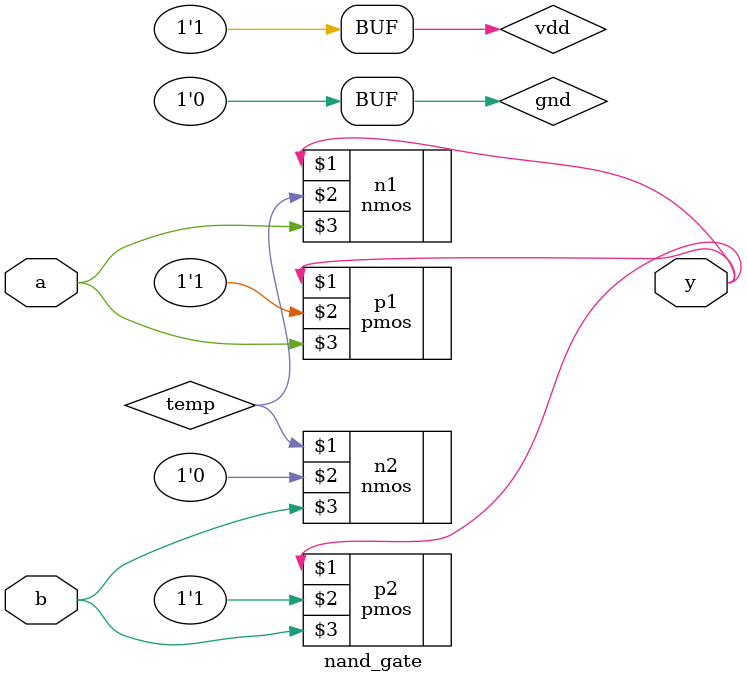
<source format=v>
`timescale 1ns/1ps

module nand_gate (
    input a,b,
    output y
);

supply1 vdd;
supply0 gnd;

//define variable
wire temp;

// define pmos
pmos p1(y,vdd,a);
pmos p2(y,vdd,b);

// define nmos
nmos n1(y,temp,a);
nmos n2(temp,gnd,b);

endmodule
</source>
